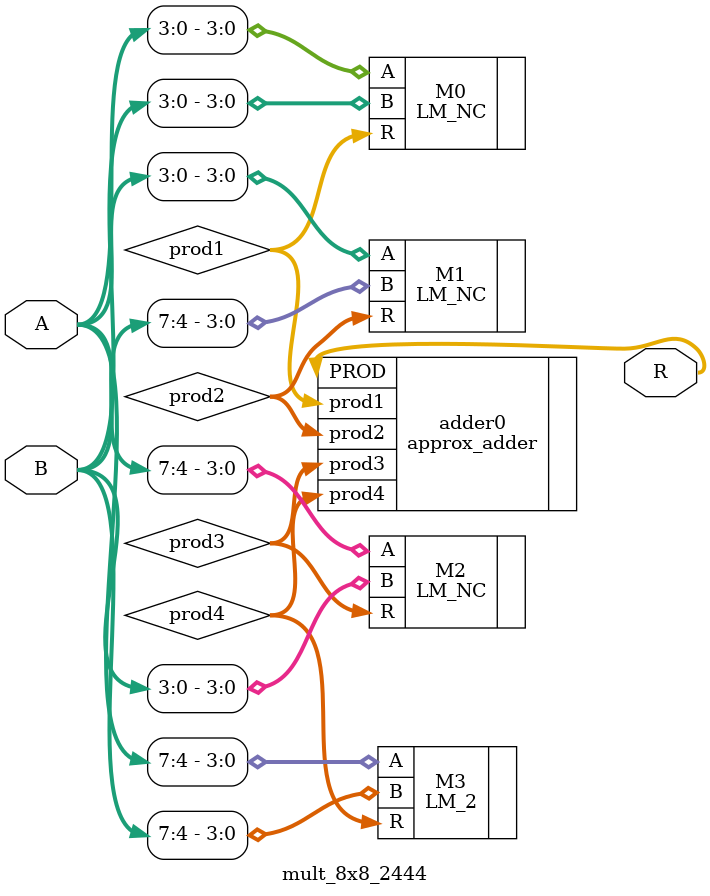
<source format=v>
module mult_8x8_2444(
input [7:0] A,
input [7:0] B,
output [15:0]R
);
wire [7:0]prod1;
wire [7:0]prod2;
wire [7:0]prod3;
wire [7:0]prod4;

LM_NC M0(.A(A[3:0]),.B(B[3:0]),.R(prod1));
LM_NC M1(.A(A[3:0]),.B(B[7:4]),.R(prod2));
LM_NC M2(.A(A[7:4]),.B(B[3:0]),.R(prod3));
LM_2 M3(.A(A[7:4]),.B(B[7:4]),.R(prod4));
approx_adder adder0(.prod1(prod1),.prod2(prod2),.prod3(prod3),.prod4(prod4),.PROD(R));
endmodule

</source>
